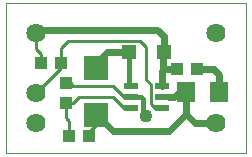
<source format=gtl>
G75*
G70*
%OFA0B0*%
%FSLAX24Y24*%
%IPPOS*%
%LPD*%
%AMOC8*
5,1,8,0,0,1.08239X$1,22.5*
%
%ADD10C,0.0000*%
%ADD11R,0.0787X0.0787*%
%ADD12C,0.0640*%
%ADD13R,0.0433X0.0394*%
%ADD14R,0.0630X0.0709*%
%ADD15R,0.0472X0.0217*%
%ADD16R,0.0512X0.0512*%
%ADD17R,0.0394X0.0433*%
%ADD18C,0.0100*%
%ADD19C,0.0160*%
%ADD20C,0.0436*%
%ADD21C,0.0240*%
%ADD22R,0.0436X0.0436*%
D10*
X000151Y000554D02*
X000151Y005554D01*
X008151Y005554D01*
X008151Y000554D01*
X000151Y000554D01*
D11*
X003143Y001824D03*
X003143Y003399D03*
D12*
X001151Y002554D03*
X001151Y001554D03*
X001151Y004554D03*
X007151Y004554D03*
X007151Y001554D03*
D13*
X006520Y003359D03*
X005851Y003359D03*
X002917Y001115D03*
X002248Y001115D03*
X001986Y003554D03*
X001317Y003554D03*
D14*
X006145Y002611D03*
X007248Y002611D03*
D15*
X005338Y002424D03*
X005338Y002798D03*
X004315Y002798D03*
X004315Y002424D03*
X004315Y002050D03*
X005338Y002050D03*
D16*
X005417Y003920D03*
X004236Y003920D03*
D17*
X002151Y002889D03*
X002151Y002220D03*
D18*
X002151Y001733D01*
X002248Y001637D01*
X002248Y001115D01*
X002917Y001115D02*
X002956Y001155D01*
X002956Y001302D01*
X003143Y001489D01*
X003143Y001824D01*
X003291Y001863D01*
X003704Y002424D02*
X004078Y002050D01*
X004315Y002050D01*
X004315Y002424D02*
X004078Y002424D01*
X003704Y002798D01*
X002395Y002798D01*
X002305Y002889D01*
X002151Y002889D01*
X002582Y002424D02*
X002378Y002220D01*
X002151Y002220D01*
X002582Y002424D02*
X003704Y002424D01*
X004826Y002985D02*
X004830Y002985D01*
X004969Y002847D01*
X004969Y002197D01*
X005115Y002050D01*
X005338Y002050D01*
X004826Y002985D02*
X004826Y004107D01*
X004624Y004310D01*
X002224Y004310D01*
X001986Y004072D01*
X001986Y003554D01*
X001986Y003389D01*
X001151Y002554D01*
X001317Y003554D02*
X001317Y003877D01*
X001151Y004043D01*
X001151Y004554D01*
X003143Y003399D02*
X003330Y003733D01*
D19*
X004236Y003920D02*
X004236Y002877D01*
X004315Y002798D01*
X004315Y002424D02*
X004656Y002424D01*
X004733Y002347D01*
X004733Y001897D01*
X004833Y001797D01*
X005338Y002424D02*
X005574Y002424D01*
D20*
X004833Y001797D03*
D21*
X005594Y001302D02*
X006145Y001854D01*
X006444Y001554D01*
X007151Y001554D01*
X006145Y001854D02*
X006145Y002611D01*
X005948Y002611D01*
X005761Y002424D01*
X005574Y002424D01*
X005338Y002798D02*
X005338Y003310D01*
X005387Y003359D01*
X005851Y003359D01*
X005387Y003359D02*
X005387Y003891D01*
X005417Y003920D01*
X005417Y004452D01*
X005200Y004669D01*
X001265Y004669D01*
X001151Y004554D01*
X003330Y003733D02*
X003517Y003920D01*
X004236Y003920D01*
X006520Y003359D02*
X007070Y003359D01*
X007257Y003172D01*
X007257Y002621D01*
X007248Y002611D01*
X007257Y002611D01*
X007248Y002611D01*
X005594Y001302D02*
X003704Y001302D01*
X003291Y001716D01*
X003291Y001863D01*
D22*
X007257Y002611D03*
M02*

</source>
